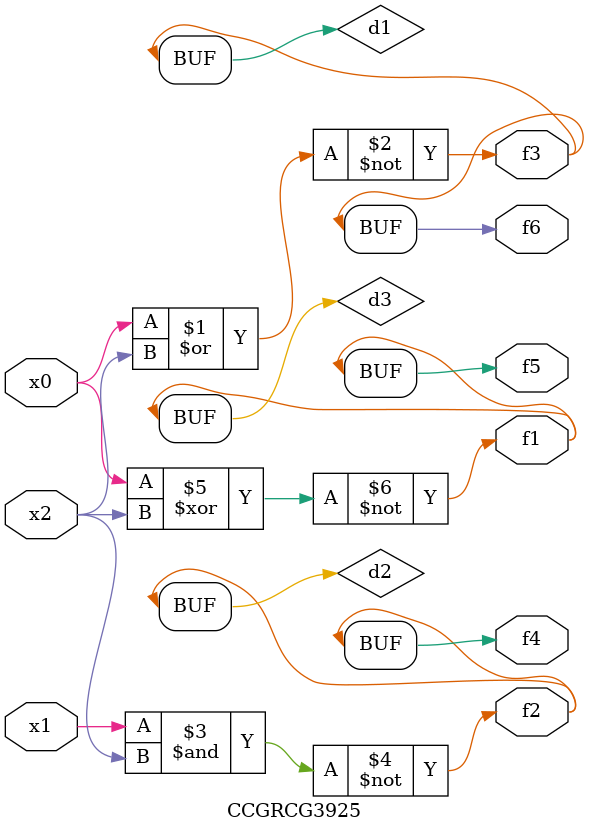
<source format=v>
module CCGRCG3925(
	input x0, x1, x2,
	output f1, f2, f3, f4, f5, f6
);

	wire d1, d2, d3;

	nor (d1, x0, x2);
	nand (d2, x1, x2);
	xnor (d3, x0, x2);
	assign f1 = d3;
	assign f2 = d2;
	assign f3 = d1;
	assign f4 = d2;
	assign f5 = d3;
	assign f6 = d1;
endmodule

</source>
